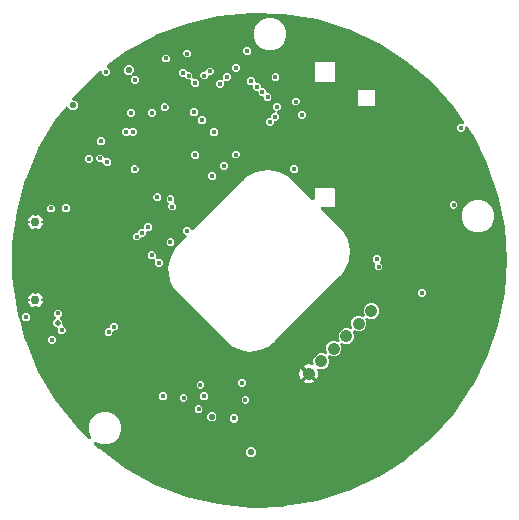
<source format=gbr>
G04 EAGLE Gerber RS-274X export*
G75*
%MOIN*%
%FSLAX34Y34*%
%LPD*%
%INCopper Layer 2*%
%IPPOS*%
%AMOC8*
5,1,8,0,0,1.08239X$1,22.5*%
G01*
%ADD10C,0.029528*%
%ADD11C,0.041339*%
%ADD12C,0.015874*%
%ADD13C,0.019811*%
%ADD14C,0.021780*%
%ADD15C,0.017843*%

G36*
X8130Y-8972D02*
X8130Y-8972D01*
X8131Y-8972D01*
X9227Y-8935D01*
X9231Y-8934D01*
X9233Y-8934D01*
X10314Y-8752D01*
X10318Y-8751D01*
X10320Y-8750D01*
X11367Y-8426D01*
X11371Y-8424D01*
X11373Y-8423D01*
X12368Y-7962D01*
X12371Y-7960D01*
X12373Y-7959D01*
X13297Y-7369D01*
X13301Y-7366D01*
X13303Y-7365D01*
X14140Y-6657D01*
X14142Y-6654D01*
X14144Y-6653D01*
X14880Y-5840D01*
X14882Y-5836D01*
X14884Y-5835D01*
X15504Y-4931D01*
X15506Y-4927D01*
X15507Y-4926D01*
X16002Y-3947D01*
X16003Y-3943D01*
X16004Y-3941D01*
X16364Y-2906D01*
X16365Y-2902D01*
X16365Y-2899D01*
X16584Y-1825D01*
X16584Y-1821D01*
X16585Y-1819D01*
X16658Y-725D01*
X16658Y-721D01*
X16658Y-719D01*
X16585Y375D01*
X16584Y379D01*
X16584Y382D01*
X16365Y1456D01*
X16364Y1460D01*
X16364Y1462D01*
X16004Y2497D01*
X16002Y2501D01*
X16002Y2504D01*
X15507Y3482D01*
X15505Y3485D01*
X15504Y3487D01*
X15345Y3719D01*
X15342Y3722D01*
X15340Y3725D01*
X15338Y3727D01*
X15337Y3728D01*
X15333Y3730D01*
X15330Y3733D01*
X15328Y3734D01*
X15326Y3735D01*
X15323Y3736D01*
X15319Y3738D01*
X15317Y3739D01*
X15315Y3739D01*
X15311Y3740D01*
X15307Y3740D01*
X15305Y3740D01*
X15302Y3740D01*
X15298Y3740D01*
X15295Y3739D01*
X15292Y3739D01*
X15290Y3738D01*
X15286Y3737D01*
X15283Y3735D01*
X15281Y3734D01*
X15279Y3733D01*
X15276Y3731D01*
X15272Y3729D01*
X15271Y3727D01*
X15269Y3725D01*
X15267Y3722D01*
X15264Y3719D01*
X15263Y3717D01*
X15262Y3715D01*
X15260Y3712D01*
X15258Y3708D01*
X15258Y3707D01*
X15257Y3704D01*
X15255Y3692D01*
X15255Y3691D01*
X15255Y3634D01*
X15179Y3557D01*
X15071Y3557D01*
X14995Y3634D01*
X14995Y3741D01*
X15071Y3818D01*
X15184Y3818D01*
X15185Y3818D01*
X15186Y3818D01*
X15191Y3819D01*
X15196Y3819D01*
X15197Y3820D01*
X15198Y3820D01*
X15203Y3822D01*
X15208Y3824D01*
X15209Y3825D01*
X15213Y3828D01*
X15218Y3831D01*
X15218Y3832D01*
X15219Y3833D01*
X15222Y3837D01*
X15225Y3841D01*
X15226Y3842D01*
X15227Y3843D01*
X15229Y3847D01*
X15231Y3852D01*
X15231Y3853D01*
X15231Y3854D01*
X15232Y3859D01*
X15233Y3864D01*
X15233Y3865D01*
X15233Y3866D01*
X15232Y3872D01*
X15232Y3877D01*
X15232Y3878D01*
X15232Y3879D01*
X15231Y3881D01*
X15228Y3888D01*
X15225Y3893D01*
X15224Y3895D01*
X14884Y4391D01*
X14881Y4394D01*
X14880Y4396D01*
X14144Y5209D01*
X14141Y5212D01*
X14140Y5214D01*
X13303Y5921D01*
X13299Y5924D01*
X13297Y5925D01*
X12373Y6515D01*
X12369Y6517D01*
X12368Y6518D01*
X11373Y6980D01*
X11369Y6981D01*
X11367Y6982D01*
X10320Y7307D01*
X10316Y7307D01*
X10314Y7308D01*
X9233Y7491D01*
X9229Y7491D01*
X9227Y7491D01*
X8131Y7528D01*
X8127Y7527D01*
X8125Y7528D01*
X7034Y7418D01*
X7030Y7417D01*
X7028Y7417D01*
X5961Y7163D01*
X5957Y7161D01*
X5955Y7161D01*
X4932Y6767D01*
X4928Y6765D01*
X4926Y6764D01*
X3965Y6237D01*
X3962Y6235D01*
X3959Y6234D01*
X3338Y5776D01*
X3336Y5774D01*
X3334Y5773D01*
X3332Y5770D01*
X3329Y5767D01*
X3328Y5765D01*
X3326Y5764D01*
X3325Y5760D01*
X3323Y5757D01*
X3322Y5755D01*
X3321Y5752D01*
X3320Y5749D01*
X3319Y5745D01*
X3319Y5743D01*
X3318Y5740D01*
X3318Y5736D01*
X3318Y5733D01*
X3319Y5730D01*
X3319Y5728D01*
X3320Y5724D01*
X3321Y5720D01*
X3322Y5718D01*
X3323Y5716D01*
X3324Y5714D01*
X3326Y5709D01*
X3331Y5704D01*
X3333Y5701D01*
X3420Y5614D01*
X3420Y5506D01*
X3344Y5430D01*
X3236Y5430D01*
X3160Y5506D01*
X3160Y5547D01*
X3160Y5549D01*
X3160Y5551D01*
X3159Y5555D01*
X3158Y5560D01*
X3158Y5561D01*
X3157Y5563D01*
X3155Y5567D01*
X3154Y5571D01*
X3153Y5573D01*
X3152Y5574D01*
X3149Y5578D01*
X3146Y5581D01*
X3145Y5582D01*
X3144Y5584D01*
X3140Y5586D01*
X3137Y5589D01*
X3135Y5590D01*
X3133Y5591D01*
X3129Y5592D01*
X3125Y5594D01*
X3124Y5594D01*
X3122Y5595D01*
X3117Y5596D01*
X3113Y5596D01*
X3111Y5596D01*
X3109Y5596D01*
X3105Y5596D01*
X3101Y5595D01*
X3099Y5595D01*
X3097Y5595D01*
X3095Y5593D01*
X3089Y5591D01*
X3084Y5588D01*
X3081Y5587D01*
X3077Y5584D01*
X3076Y5582D01*
X3074Y5581D01*
X3073Y5580D01*
X3072Y5579D01*
X2284Y4817D01*
X2281Y4814D01*
X2280Y4812D01*
X2173Y4677D01*
X2171Y4675D01*
X2170Y4672D01*
X2168Y4669D01*
X2166Y4666D01*
X2165Y4664D01*
X2164Y4661D01*
X2164Y4658D01*
X2163Y4654D01*
X2163Y4652D01*
X2162Y4649D01*
X2162Y4645D01*
X2162Y4642D01*
X2163Y4639D01*
X2163Y4637D01*
X2164Y4633D01*
X2165Y4630D01*
X2166Y4627D01*
X2167Y4625D01*
X2169Y4622D01*
X2171Y4619D01*
X2172Y4617D01*
X2174Y4614D01*
X2176Y4612D01*
X2179Y4609D01*
X2181Y4608D01*
X2183Y4606D01*
X2186Y4604D01*
X2189Y4602D01*
X2192Y4602D01*
X2194Y4600D01*
X2196Y4600D01*
X2201Y4598D01*
X2209Y4598D01*
X2211Y4597D01*
X2254Y4597D01*
X2347Y4504D01*
X2347Y4371D01*
X2254Y4278D01*
X2121Y4278D01*
X2016Y4383D01*
X2014Y4386D01*
X2013Y4387D01*
X2011Y4389D01*
X2008Y4391D01*
X2005Y4393D01*
X2003Y4394D01*
X2001Y4396D01*
X1997Y4397D01*
X1993Y4399D01*
X1991Y4399D01*
X1989Y4400D01*
X1985Y4400D01*
X1981Y4401D01*
X1979Y4401D01*
X1977Y4401D01*
X1973Y4400D01*
X1969Y4400D01*
X1967Y4399D01*
X1964Y4399D01*
X1961Y4397D01*
X1957Y4396D01*
X1955Y4395D01*
X1953Y4394D01*
X1951Y4392D01*
X1947Y4389D01*
X1942Y4384D01*
X1940Y4382D01*
X1600Y3952D01*
X1598Y3949D01*
X1597Y3947D01*
X1038Y3004D01*
X1036Y3000D01*
X1035Y2998D01*
X607Y1989D01*
X606Y1985D01*
X605Y1983D01*
X316Y925D01*
X315Y921D01*
X314Y919D01*
X168Y-167D01*
X168Y-172D01*
X168Y-174D01*
X168Y-1270D01*
X168Y-1274D01*
X168Y-1276D01*
X314Y-2363D01*
X315Y-2367D01*
X316Y-2369D01*
X398Y-2671D01*
X400Y-2676D01*
X403Y-2682D01*
X406Y-2687D01*
X410Y-2692D01*
X415Y-2696D01*
X416Y-2697D01*
X415Y-2698D01*
X415Y-2699D01*
X413Y-2705D01*
X412Y-2710D01*
X412Y-2711D01*
X413Y-2723D01*
X413Y-2726D01*
X414Y-2727D01*
X414Y-2728D01*
X605Y-3426D01*
X607Y-3430D01*
X607Y-3433D01*
X1035Y-4442D01*
X1037Y-4445D01*
X1038Y-4448D01*
X1597Y-5391D01*
X1599Y-5394D01*
X1600Y-5396D01*
X2280Y-6256D01*
X2283Y-6259D01*
X2284Y-6261D01*
X2713Y-6676D01*
X2715Y-6677D01*
X2717Y-6679D01*
X2720Y-6681D01*
X2723Y-6683D01*
X2725Y-6684D01*
X2727Y-6686D01*
X2731Y-6687D01*
X2734Y-6688D01*
X2737Y-6688D01*
X2739Y-6689D01*
X2743Y-6689D01*
X2747Y-6690D01*
X2749Y-6690D01*
X2752Y-6690D01*
X2755Y-6689D01*
X2759Y-6688D01*
X2761Y-6687D01*
X2764Y-6687D01*
X2767Y-6685D01*
X2771Y-6684D01*
X2773Y-6682D01*
X2775Y-6681D01*
X2778Y-6679D01*
X2781Y-6677D01*
X2782Y-6675D01*
X2784Y-6673D01*
X2786Y-6670D01*
X2789Y-6667D01*
X2790Y-6665D01*
X2791Y-6663D01*
X2792Y-6659D01*
X2794Y-6656D01*
X2795Y-6653D01*
X2795Y-6651D01*
X2796Y-6647D01*
X2796Y-6644D01*
X2796Y-6641D01*
X2796Y-6639D01*
X2796Y-6636D01*
X2796Y-6631D01*
X2793Y-6624D01*
X2793Y-6622D01*
X2709Y-6420D01*
X2709Y-6205D01*
X2792Y-6006D01*
X2944Y-5854D01*
X3142Y-5772D01*
X3358Y-5772D01*
X3556Y-5854D01*
X3708Y-6006D01*
X3791Y-6205D01*
X3791Y-6420D01*
X3708Y-6619D01*
X3556Y-6771D01*
X3358Y-6853D01*
X3142Y-6853D01*
X2951Y-6774D01*
X2948Y-6773D01*
X2945Y-6772D01*
X2942Y-6772D01*
X2939Y-6771D01*
X2936Y-6771D01*
X2933Y-6770D01*
X2930Y-6771D01*
X2927Y-6771D01*
X2924Y-6771D01*
X2920Y-6772D01*
X2918Y-6773D01*
X2915Y-6774D01*
X2912Y-6775D01*
X2909Y-6776D01*
X2906Y-6778D01*
X2904Y-6779D01*
X2901Y-6782D01*
X2899Y-6783D01*
X2897Y-6786D01*
X2895Y-6788D01*
X2893Y-6791D01*
X2891Y-6793D01*
X2890Y-6796D01*
X2888Y-6798D01*
X2887Y-6801D01*
X2886Y-6804D01*
X2885Y-6807D01*
X2884Y-6810D01*
X2884Y-6813D01*
X2883Y-6816D01*
X2883Y-6820D01*
X2883Y-6823D01*
X2884Y-6826D01*
X2884Y-6829D01*
X2885Y-6832D01*
X2886Y-6835D01*
X2887Y-6838D01*
X2888Y-6841D01*
X2889Y-6842D01*
X2891Y-6846D01*
X2897Y-6854D01*
X2898Y-6855D01*
X3072Y-7023D01*
X3075Y-7026D01*
X3077Y-7027D01*
X3959Y-7678D01*
X3963Y-7680D01*
X3965Y-7681D01*
X4926Y-8208D01*
X4930Y-8209D01*
X4932Y-8211D01*
X5955Y-8605D01*
X5959Y-8606D01*
X5961Y-8606D01*
X7028Y-8861D01*
X7032Y-8861D01*
X7034Y-8862D01*
X8125Y-8971D01*
X8128Y-8971D01*
X8129Y-8972D01*
X8130Y-8972D01*
X8130Y-8972D01*
G37*
%LPC*%
G36*
X7697Y-3701D02*
X7697Y-3701D01*
X7572Y-3631D01*
X7568Y-3630D01*
X7565Y-3628D01*
X7563Y-3627D01*
X7560Y-3626D01*
X7548Y-3625D01*
X7546Y-3625D01*
X7532Y-3611D01*
X7522Y-3603D01*
X7521Y-3603D01*
X7504Y-3593D01*
X7504Y-3591D01*
X7502Y-3588D01*
X7501Y-3584D01*
X7500Y-3583D01*
X7499Y-3580D01*
X7493Y-3572D01*
X7492Y-3571D01*
X7491Y-3570D01*
X5524Y-1603D01*
X5523Y-1602D01*
X5522Y-1601D01*
X5520Y-1600D01*
X5514Y-1595D01*
X5509Y-1593D01*
X5507Y-1592D01*
X5498Y-1588D01*
X5494Y-1577D01*
X5493Y-1577D01*
X5493Y-1576D01*
X5492Y-1575D01*
X5487Y-1566D01*
X5484Y-1564D01*
X5483Y-1562D01*
X5475Y-1553D01*
X5475Y-1544D01*
X5474Y-1543D01*
X5475Y-1541D01*
X5474Y-1539D01*
X5473Y-1531D01*
X5471Y-1527D01*
X5471Y-1524D01*
X5406Y-1376D01*
X5367Y-993D01*
X5445Y-617D01*
X5633Y-282D01*
X5771Y-152D01*
X5772Y-152D01*
X5772Y-151D01*
X5960Y36D01*
X5963Y40D01*
X5966Y44D01*
X5967Y45D01*
X5968Y46D01*
X5969Y51D01*
X5972Y55D01*
X5972Y56D01*
X5972Y58D01*
X5973Y63D01*
X5974Y67D01*
X5974Y69D01*
X5974Y70D01*
X5974Y75D01*
X5974Y80D01*
X5973Y81D01*
X5973Y82D01*
X5971Y87D01*
X5970Y92D01*
X5969Y92D01*
X5969Y94D01*
X5962Y104D01*
X5961Y105D01*
X5960Y106D01*
X5870Y196D01*
X5870Y304D01*
X5946Y380D01*
X6054Y380D01*
X6144Y290D01*
X6148Y287D01*
X6152Y284D01*
X6153Y283D01*
X6154Y282D01*
X6158Y281D01*
X6163Y278D01*
X6164Y278D01*
X6165Y278D01*
X6170Y277D01*
X6175Y276D01*
X6176Y276D01*
X6177Y276D01*
X6182Y276D01*
X6187Y276D01*
X6189Y277D01*
X6190Y277D01*
X6194Y279D01*
X6199Y280D01*
X6200Y281D01*
X6202Y281D01*
X6212Y288D01*
X6213Y289D01*
X6214Y290D01*
X7793Y1870D01*
X7836Y1912D01*
X7839Y1916D01*
X7878Y1955D01*
X7969Y2046D01*
X8305Y2218D01*
X8678Y2278D01*
X9051Y2220D01*
X9388Y2050D01*
X9480Y1960D01*
X9482Y1959D01*
X9523Y1918D01*
X9564Y1878D01*
X9565Y1876D01*
X9565Y1875D01*
X10155Y1288D01*
X10160Y1285D01*
X10164Y1281D01*
X10165Y1281D01*
X10165Y1280D01*
X10170Y1278D01*
X10175Y1276D01*
X10176Y1276D01*
X10177Y1275D01*
X10182Y1275D01*
X10187Y1274D01*
X10188Y1274D01*
X10189Y1274D01*
X10194Y1274D01*
X10200Y1275D01*
X10201Y1275D01*
X10206Y1277D01*
X10212Y1279D01*
X10213Y1279D01*
X10217Y1282D01*
X10222Y1285D01*
X10222Y1286D01*
X10223Y1286D01*
X10227Y1290D01*
X10230Y1295D01*
X10231Y1295D01*
X10231Y1296D01*
X10234Y1301D01*
X10236Y1306D01*
X10237Y1307D01*
X10239Y1319D01*
X10239Y1321D01*
X10239Y1323D01*
X10239Y1656D01*
X10254Y1671D01*
X10901Y1671D01*
X10916Y1656D01*
X10916Y1072D01*
X10901Y1057D01*
X10507Y1057D01*
X10501Y1056D01*
X10495Y1055D01*
X10494Y1055D01*
X10489Y1053D01*
X10484Y1051D01*
X10483Y1051D01*
X10478Y1047D01*
X10474Y1044D01*
X10473Y1044D01*
X10473Y1043D01*
X10469Y1039D01*
X10465Y1035D01*
X10465Y1034D01*
X10462Y1028D01*
X10460Y1023D01*
X10460Y1022D01*
X10459Y1017D01*
X10457Y1011D01*
X10457Y1010D01*
X10458Y1004D01*
X10458Y999D01*
X10458Y998D01*
X10460Y992D01*
X10462Y987D01*
X10462Y986D01*
X10469Y976D01*
X10471Y974D01*
X10472Y973D01*
X11020Y427D01*
X11023Y425D01*
X11026Y422D01*
X11062Y385D01*
X11100Y347D01*
X11103Y343D01*
X11103Y342D01*
X11185Y259D01*
X11347Y-52D01*
X11411Y-397D01*
X11373Y-746D01*
X11236Y-1069D01*
X11157Y-1163D01*
X11156Y-1165D01*
X11155Y-1166D01*
X11153Y-1170D01*
X11151Y-1174D01*
X11150Y-1176D01*
X11149Y-1177D01*
X11149Y-1179D01*
X11123Y-1205D01*
X11121Y-1207D01*
X11120Y-1208D01*
X11096Y-1236D01*
X11095Y-1237D01*
X11093Y-1238D01*
X11088Y-1241D01*
X11083Y-1245D01*
X11081Y-1247D01*
X9995Y-2327D01*
X8917Y-3408D01*
X8915Y-3410D01*
X8912Y-3413D01*
X8911Y-3415D01*
X8910Y-3417D01*
X8876Y-3449D01*
X8875Y-3449D01*
X8875Y-3450D01*
X8843Y-3482D01*
X8842Y-3482D01*
X8833Y-3489D01*
X8802Y-3518D01*
X8749Y-3568D01*
X8742Y-3574D01*
X8413Y-3728D01*
X8053Y-3772D01*
X7697Y-3701D01*
G37*
%LPD*%
%LPC*%
G36*
X10106Y-4473D02*
X10106Y-4473D01*
X10102Y-4469D01*
X10098Y-4466D01*
X10097Y-4466D01*
X10096Y-4465D01*
X10092Y-4463D01*
X10090Y-4462D01*
X10089Y-4460D01*
X10089Y-4459D01*
X10088Y-4458D01*
X10081Y-4448D01*
X10080Y-4447D01*
X10079Y-4446D01*
X9881Y-4247D01*
X9899Y-4235D01*
X9955Y-4212D01*
X10014Y-4200D01*
X10075Y-4200D01*
X10134Y-4212D01*
X10145Y-4216D01*
X10150Y-4218D01*
X10155Y-4219D01*
X10156Y-4219D01*
X10157Y-4219D01*
X10162Y-4219D01*
X10168Y-4220D01*
X10169Y-4220D01*
X10175Y-4218D01*
X10180Y-4217D01*
X10181Y-4217D01*
X10186Y-4214D01*
X10191Y-4211D01*
X10192Y-4211D01*
X10196Y-4207D01*
X10200Y-4203D01*
X10201Y-4203D01*
X10201Y-4202D01*
X10204Y-4198D01*
X10207Y-4193D01*
X10208Y-4192D01*
X10210Y-4187D01*
X10212Y-4181D01*
X10212Y-4180D01*
X10212Y-4174D01*
X10213Y-4169D01*
X10213Y-4168D01*
X10210Y-4155D01*
X10209Y-4153D01*
X10209Y-4152D01*
X10205Y-4141D01*
X10205Y-4039D01*
X10244Y-3944D01*
X10316Y-3872D01*
X10411Y-3832D01*
X10513Y-3832D01*
X10589Y-3864D01*
X10595Y-3865D01*
X10600Y-3867D01*
X10601Y-3867D01*
X10607Y-3867D01*
X10612Y-3867D01*
X10613Y-3867D01*
X10614Y-3867D01*
X10619Y-3866D01*
X10625Y-3865D01*
X10625Y-3864D01*
X10626Y-3864D01*
X10631Y-3862D01*
X10636Y-3859D01*
X10637Y-3858D01*
X10641Y-3855D01*
X10645Y-3851D01*
X10645Y-3850D01*
X10646Y-3850D01*
X10649Y-3845D01*
X10652Y-3841D01*
X10652Y-3840D01*
X10653Y-3840D01*
X10654Y-3834D01*
X10656Y-3829D01*
X10656Y-3828D01*
X10657Y-3828D01*
X10657Y-3822D01*
X10657Y-3817D01*
X10657Y-3816D01*
X10657Y-3815D01*
X10655Y-3803D01*
X10654Y-3801D01*
X10654Y-3799D01*
X10622Y-3723D01*
X10622Y-3621D01*
X10661Y-3526D01*
X10734Y-3454D01*
X10828Y-3415D01*
X10931Y-3415D01*
X11007Y-3446D01*
X11012Y-3448D01*
X11018Y-3449D01*
X11019Y-3450D01*
X11024Y-3450D01*
X11030Y-3450D01*
X11031Y-3450D01*
X11037Y-3448D01*
X11042Y-3447D01*
X11043Y-3447D01*
X11048Y-3444D01*
X11053Y-3442D01*
X11054Y-3441D01*
X11058Y-3437D01*
X11063Y-3433D01*
X11063Y-3432D01*
X11067Y-3428D01*
X11070Y-3423D01*
X11070Y-3422D01*
X11072Y-3417D01*
X11074Y-3411D01*
X11074Y-3410D01*
X11074Y-3405D01*
X11075Y-3399D01*
X11075Y-3398D01*
X11073Y-3386D01*
X11072Y-3383D01*
X11071Y-3382D01*
X11040Y-3306D01*
X11040Y-3203D01*
X11079Y-3109D01*
X11151Y-3036D01*
X11246Y-2997D01*
X11348Y-2997D01*
X11424Y-3029D01*
X11430Y-3030D01*
X11435Y-3032D01*
X11436Y-3032D01*
X11442Y-3032D01*
X11448Y-3032D01*
X11449Y-3032D01*
X11454Y-3031D01*
X11460Y-3030D01*
X11460Y-3029D01*
X11461Y-3029D01*
X11466Y-3027D01*
X11471Y-3024D01*
X11472Y-3023D01*
X11476Y-3019D01*
X11480Y-3016D01*
X11481Y-3015D01*
X11484Y-3010D01*
X11487Y-3006D01*
X11487Y-3005D01*
X11488Y-3004D01*
X11490Y-2999D01*
X11491Y-2994D01*
X11491Y-2993D01*
X11492Y-2993D01*
X11492Y-2987D01*
X11493Y-2981D01*
X11492Y-2981D01*
X11493Y-2980D01*
X11490Y-2968D01*
X11489Y-2966D01*
X11489Y-2964D01*
X11457Y-2888D01*
X11457Y-2786D01*
X11497Y-2691D01*
X11569Y-2619D01*
X11664Y-2580D01*
X11766Y-2580D01*
X11842Y-2611D01*
X11847Y-2613D01*
X11853Y-2614D01*
X11854Y-2614D01*
X11860Y-2614D01*
X11865Y-2615D01*
X11866Y-2615D01*
X11872Y-2613D01*
X11877Y-2612D01*
X11878Y-2612D01*
X11879Y-2612D01*
X11883Y-2609D01*
X11888Y-2606D01*
X11889Y-2606D01*
X11890Y-2606D01*
X11894Y-2602D01*
X11898Y-2598D01*
X11899Y-2597D01*
X11902Y-2593D01*
X11905Y-2588D01*
X11905Y-2587D01*
X11907Y-2582D01*
X11909Y-2576D01*
X11909Y-2575D01*
X11910Y-2569D01*
X11910Y-2564D01*
X11910Y-2563D01*
X11908Y-2550D01*
X11907Y-2548D01*
X11906Y-2547D01*
X11875Y-2471D01*
X11875Y-2368D01*
X11914Y-2274D01*
X11987Y-2201D01*
X12081Y-2162D01*
X12184Y-2162D01*
X12278Y-2201D01*
X12351Y-2274D01*
X12390Y-2368D01*
X12390Y-2471D01*
X12351Y-2565D01*
X12278Y-2638D01*
X12184Y-2677D01*
X12081Y-2677D01*
X12005Y-2645D01*
X12000Y-2644D01*
X11994Y-2642D01*
X11993Y-2642D01*
X11987Y-2642D01*
X11982Y-2642D01*
X11981Y-2642D01*
X11975Y-2643D01*
X11970Y-2644D01*
X11969Y-2645D01*
X11964Y-2647D01*
X11959Y-2650D01*
X11958Y-2650D01*
X11958Y-2651D01*
X11953Y-2655D01*
X11949Y-2658D01*
X11949Y-2659D01*
X11948Y-2659D01*
X11945Y-2664D01*
X11942Y-2668D01*
X11942Y-2669D01*
X11942Y-2670D01*
X11940Y-2675D01*
X11938Y-2680D01*
X11938Y-2681D01*
X11937Y-2687D01*
X11937Y-2693D01*
X11937Y-2694D01*
X11939Y-2706D01*
X11940Y-2708D01*
X11941Y-2710D01*
X11972Y-2786D01*
X11972Y-2888D01*
X11933Y-2983D01*
X11861Y-3055D01*
X11766Y-3094D01*
X11664Y-3094D01*
X11587Y-3063D01*
X11582Y-3061D01*
X11577Y-3060D01*
X11576Y-3060D01*
X11575Y-3060D01*
X11570Y-3060D01*
X11564Y-3059D01*
X11564Y-3060D01*
X11563Y-3059D01*
X11558Y-3061D01*
X11552Y-3062D01*
X11551Y-3062D01*
X11546Y-3065D01*
X11541Y-3068D01*
X11540Y-3068D01*
X11536Y-3072D01*
X11532Y-3076D01*
X11531Y-3076D01*
X11531Y-3077D01*
X11528Y-3081D01*
X11525Y-3086D01*
X11524Y-3087D01*
X11522Y-3093D01*
X11521Y-3098D01*
X11520Y-3098D01*
X11520Y-3099D01*
X11520Y-3105D01*
X11519Y-3110D01*
X11519Y-3111D01*
X11522Y-3124D01*
X11523Y-3126D01*
X11523Y-3127D01*
X11555Y-3203D01*
X11555Y-3306D01*
X11515Y-3400D01*
X11443Y-3473D01*
X11348Y-3512D01*
X11246Y-3512D01*
X11170Y-3481D01*
X11164Y-3479D01*
X11159Y-3477D01*
X11158Y-3477D01*
X11152Y-3477D01*
X11147Y-3477D01*
X11146Y-3477D01*
X11145Y-3477D01*
X11140Y-3478D01*
X11135Y-3480D01*
X11134Y-3480D01*
X11133Y-3480D01*
X11128Y-3483D01*
X11123Y-3485D01*
X11123Y-3486D01*
X11122Y-3486D01*
X11118Y-3490D01*
X11114Y-3493D01*
X11114Y-3494D01*
X11113Y-3494D01*
X11110Y-3499D01*
X11107Y-3504D01*
X11107Y-3505D01*
X11105Y-3510D01*
X11103Y-3515D01*
X11103Y-3516D01*
X11103Y-3517D01*
X11102Y-3522D01*
X11102Y-3528D01*
X11102Y-3529D01*
X11104Y-3541D01*
X11105Y-3543D01*
X11106Y-3545D01*
X11137Y-3621D01*
X11137Y-3723D01*
X11098Y-3818D01*
X11025Y-3890D01*
X10931Y-3930D01*
X10828Y-3930D01*
X10752Y-3898D01*
X10747Y-3897D01*
X10742Y-3895D01*
X10741Y-3895D01*
X10740Y-3895D01*
X10735Y-3895D01*
X10729Y-3895D01*
X10728Y-3895D01*
X10722Y-3896D01*
X10717Y-3897D01*
X10716Y-3897D01*
X10716Y-3898D01*
X10711Y-3900D01*
X10706Y-3903D01*
X10705Y-3903D01*
X10701Y-3907D01*
X10697Y-3911D01*
X10696Y-3911D01*
X10696Y-3912D01*
X10693Y-3917D01*
X10690Y-3921D01*
X10689Y-3922D01*
X10687Y-3928D01*
X10685Y-3933D01*
X10685Y-3934D01*
X10685Y-3940D01*
X10684Y-3945D01*
X10684Y-3946D01*
X10684Y-3947D01*
X10687Y-3959D01*
X10688Y-3961D01*
X10688Y-3962D01*
X10719Y-4039D01*
X10719Y-4141D01*
X10680Y-4236D01*
X10608Y-4308D01*
X10513Y-4347D01*
X10411Y-4347D01*
X10400Y-4343D01*
X10395Y-4341D01*
X10389Y-4340D01*
X10388Y-4339D01*
X10382Y-4339D01*
X10377Y-4339D01*
X10376Y-4339D01*
X10370Y-4341D01*
X10365Y-4342D01*
X10364Y-4342D01*
X10359Y-4345D01*
X10354Y-4347D01*
X10353Y-4348D01*
X10348Y-4352D01*
X10344Y-4356D01*
X10343Y-4357D01*
X10340Y-4361D01*
X10337Y-4366D01*
X10337Y-4367D01*
X10335Y-4372D01*
X10333Y-4378D01*
X10333Y-4379D01*
X10332Y-4384D01*
X10332Y-4390D01*
X10332Y-4391D01*
X10334Y-4403D01*
X10335Y-4406D01*
X10336Y-4407D01*
X10340Y-4418D01*
X10352Y-4477D01*
X10352Y-4538D01*
X10340Y-4597D01*
X10317Y-4653D01*
X10305Y-4671D01*
X10106Y-4473D01*
G37*
%LPD*%
%LPC*%
G36*
X8642Y6272D02*
X8642Y6272D01*
X8444Y6354D01*
X8292Y6506D01*
X8209Y6705D01*
X8209Y6920D01*
X8292Y7119D01*
X8444Y7271D01*
X8642Y7353D01*
X8858Y7353D01*
X9056Y7271D01*
X9208Y7119D01*
X9291Y6920D01*
X9291Y6705D01*
X9208Y6506D01*
X9056Y6354D01*
X8858Y6272D01*
X8642Y6272D01*
G37*
%LPD*%
%LPC*%
G36*
X15580Y209D02*
X15580Y209D01*
X15381Y292D01*
X15229Y444D01*
X15147Y642D01*
X15147Y858D01*
X15229Y1056D01*
X15381Y1208D01*
X15580Y1291D01*
X15795Y1291D01*
X15994Y1208D01*
X16146Y1056D01*
X16228Y858D01*
X16228Y642D01*
X16146Y444D01*
X15994Y292D01*
X15795Y209D01*
X15580Y209D01*
G37*
%LPD*%
%LPC*%
G36*
X10254Y5214D02*
X10254Y5214D01*
X10239Y5229D01*
X10239Y5876D01*
X10254Y5891D01*
X10901Y5891D01*
X10916Y5876D01*
X10916Y5229D01*
X10901Y5214D01*
X10254Y5214D01*
G37*
%LPD*%
%LPC*%
G36*
X11716Y4414D02*
X11716Y4414D01*
X11704Y4426D01*
X11704Y4952D01*
X11716Y4964D01*
X12254Y4964D01*
X12266Y4952D01*
X12266Y4426D01*
X12254Y4414D01*
X11716Y4414D01*
G37*
%LPD*%
%LPC*%
G36*
X8621Y4575D02*
X8621Y4575D01*
X8545Y4651D01*
X8545Y4691D01*
X8544Y4696D01*
X8544Y4700D01*
X8544Y4702D01*
X8543Y4703D01*
X8542Y4708D01*
X8540Y4712D01*
X8539Y4713D01*
X8539Y4715D01*
X8536Y4718D01*
X8533Y4723D01*
X8532Y4723D01*
X8531Y4725D01*
X8528Y4728D01*
X8524Y4731D01*
X8523Y4732D01*
X8522Y4732D01*
X8517Y4734D01*
X8513Y4737D01*
X8512Y4737D01*
X8511Y4738D01*
X8498Y4740D01*
X8497Y4740D01*
X8496Y4740D01*
X8451Y4740D01*
X8375Y4816D01*
X8375Y4881D01*
X8374Y4886D01*
X8374Y4890D01*
X8373Y4892D01*
X8373Y4893D01*
X8371Y4898D01*
X8370Y4902D01*
X8369Y4903D01*
X8369Y4905D01*
X8366Y4908D01*
X8363Y4913D01*
X8362Y4913D01*
X8361Y4915D01*
X8358Y4918D01*
X8354Y4921D01*
X8353Y4922D01*
X8352Y4922D01*
X8347Y4924D01*
X8343Y4927D01*
X8342Y4927D01*
X8340Y4928D01*
X8328Y4930D01*
X8327Y4930D01*
X8326Y4930D01*
X8266Y4930D01*
X8190Y5006D01*
X8190Y5071D01*
X8189Y5076D01*
X8189Y5080D01*
X8188Y5082D01*
X8188Y5083D01*
X8186Y5088D01*
X8185Y5092D01*
X8184Y5093D01*
X8184Y5095D01*
X8181Y5098D01*
X8178Y5103D01*
X8177Y5103D01*
X8176Y5105D01*
X8173Y5108D01*
X8169Y5111D01*
X8168Y5112D01*
X8167Y5112D01*
X8162Y5114D01*
X8158Y5117D01*
X8157Y5117D01*
X8155Y5118D01*
X8143Y5120D01*
X8142Y5120D01*
X8141Y5120D01*
X8071Y5120D01*
X7995Y5196D01*
X7995Y5304D01*
X8071Y5380D01*
X8179Y5380D01*
X8255Y5304D01*
X8255Y5239D01*
X8256Y5234D01*
X8256Y5230D01*
X8257Y5228D01*
X8257Y5227D01*
X8259Y5222D01*
X8260Y5218D01*
X8261Y5217D01*
X8261Y5215D01*
X8264Y5212D01*
X8267Y5207D01*
X8268Y5207D01*
X8269Y5205D01*
X8272Y5202D01*
X8276Y5199D01*
X8277Y5198D01*
X8278Y5198D01*
X8283Y5196D01*
X8287Y5193D01*
X8288Y5193D01*
X8290Y5192D01*
X8302Y5190D01*
X8303Y5190D01*
X8304Y5190D01*
X8374Y5190D01*
X8450Y5114D01*
X8450Y5049D01*
X8451Y5044D01*
X8451Y5040D01*
X8452Y5038D01*
X8452Y5037D01*
X8454Y5032D01*
X8455Y5028D01*
X8456Y5027D01*
X8456Y5025D01*
X8459Y5022D01*
X8462Y5017D01*
X8463Y5017D01*
X8464Y5015D01*
X8467Y5012D01*
X8471Y5009D01*
X8472Y5008D01*
X8473Y5008D01*
X8478Y5006D01*
X8482Y5003D01*
X8483Y5003D01*
X8485Y5002D01*
X8497Y5000D01*
X8498Y5000D01*
X8499Y5000D01*
X8559Y5000D01*
X8635Y4924D01*
X8635Y4884D01*
X8636Y4879D01*
X8636Y4874D01*
X8637Y4873D01*
X8637Y4872D01*
X8639Y4867D01*
X8640Y4863D01*
X8641Y4862D01*
X8641Y4860D01*
X8644Y4856D01*
X8647Y4852D01*
X8648Y4851D01*
X8649Y4850D01*
X8652Y4847D01*
X8656Y4844D01*
X8657Y4843D01*
X8658Y4843D01*
X8663Y4840D01*
X8667Y4838D01*
X8668Y4838D01*
X8670Y4837D01*
X8682Y4835D01*
X8683Y4835D01*
X8684Y4835D01*
X8729Y4835D01*
X8805Y4759D01*
X8805Y4651D01*
X8729Y4575D01*
X8621Y4575D01*
G37*
%LPD*%
%LPC*%
G36*
X1759Y-3193D02*
X1759Y-3193D01*
X1682Y-3116D01*
X1682Y-3012D01*
X1682Y-3007D01*
X1681Y-3002D01*
X1681Y-3001D01*
X1681Y-2999D01*
X1679Y-2995D01*
X1677Y-2990D01*
X1677Y-2989D01*
X1676Y-2988D01*
X1673Y-2984D01*
X1671Y-2980D01*
X1670Y-2979D01*
X1669Y-2978D01*
X1665Y-2975D01*
X1661Y-2971D01*
X1660Y-2971D01*
X1659Y-2970D01*
X1655Y-2968D01*
X1650Y-2965D01*
X1649Y-2965D01*
X1648Y-2965D01*
X1636Y-2962D01*
X1634Y-2962D01*
X1633Y-2962D01*
X1625Y-2962D01*
X1538Y-2875D01*
X1538Y-2750D01*
X1611Y-2677D01*
X1614Y-2673D01*
X1617Y-2670D01*
X1618Y-2668D01*
X1619Y-2667D01*
X1621Y-2663D01*
X1623Y-2658D01*
X1623Y-2657D01*
X1624Y-2656D01*
X1624Y-2651D01*
X1625Y-2646D01*
X1625Y-2645D01*
X1625Y-2644D01*
X1625Y-2639D01*
X1625Y-2634D01*
X1624Y-2633D01*
X1624Y-2631D01*
X1622Y-2627D01*
X1621Y-2622D01*
X1620Y-2621D01*
X1620Y-2620D01*
X1613Y-2609D01*
X1612Y-2608D01*
X1611Y-2608D01*
X1557Y-2554D01*
X1557Y-2446D01*
X1634Y-2370D01*
X1741Y-2370D01*
X1818Y-2446D01*
X1818Y-2554D01*
X1764Y-2608D01*
X1761Y-2611D01*
X1758Y-2615D01*
X1757Y-2616D01*
X1756Y-2617D01*
X1754Y-2622D01*
X1752Y-2626D01*
X1752Y-2628D01*
X1751Y-2629D01*
X1751Y-2634D01*
X1750Y-2638D01*
X1750Y-2640D01*
X1750Y-2641D01*
X1750Y-2646D01*
X1750Y-2651D01*
X1751Y-2652D01*
X1751Y-2653D01*
X1753Y-2658D01*
X1754Y-2663D01*
X1755Y-2664D01*
X1755Y-2665D01*
X1762Y-2675D01*
X1763Y-2676D01*
X1764Y-2677D01*
X1837Y-2750D01*
X1837Y-2883D01*
X1838Y-2888D01*
X1838Y-2893D01*
X1839Y-2894D01*
X1839Y-2895D01*
X1841Y-2900D01*
X1842Y-2905D01*
X1843Y-2906D01*
X1843Y-2907D01*
X1846Y-2911D01*
X1849Y-2915D01*
X1850Y-2916D01*
X1851Y-2917D01*
X1852Y-2918D01*
X1943Y-3009D01*
X1943Y-3116D01*
X1866Y-3193D01*
X1759Y-3193D01*
G37*
%LPD*%
%LPC*%
G36*
X987Y-2288D02*
X987Y-2288D01*
X986Y-2283D01*
X986Y-2278D01*
X985Y-2277D01*
X985Y-2275D01*
X983Y-2271D01*
X982Y-2266D01*
X981Y-2265D01*
X981Y-2264D01*
X978Y-2260D01*
X975Y-2256D01*
X974Y-2255D01*
X973Y-2254D01*
X969Y-2251D01*
X966Y-2247D01*
X965Y-2247D01*
X964Y-2246D01*
X959Y-2244D01*
X955Y-2242D01*
X954Y-2241D01*
X952Y-2241D01*
X940Y-2238D01*
X939Y-2239D01*
X938Y-2238D01*
X937Y-2238D01*
X933Y-2239D01*
X928Y-2239D01*
X926Y-2240D01*
X925Y-2240D01*
X921Y-2242D01*
X916Y-2243D01*
X915Y-2244D01*
X914Y-2245D01*
X910Y-2247D01*
X906Y-2250D01*
X905Y-2251D01*
X904Y-2252D01*
X900Y-2256D01*
X897Y-2259D01*
X897Y-2261D01*
X896Y-2262D01*
X894Y-2266D01*
X891Y-2270D01*
X891Y-2271D01*
X891Y-2273D01*
X888Y-2285D01*
X888Y-2287D01*
X888Y-2288D01*
X888Y-2293D01*
X865Y-2288D01*
X820Y-2269D01*
X779Y-2242D01*
X745Y-2208D01*
X717Y-2167D01*
X699Y-2122D01*
X694Y-2098D01*
X699Y-2098D01*
X704Y-2098D01*
X709Y-2097D01*
X710Y-2097D01*
X711Y-2097D01*
X716Y-2095D01*
X721Y-2093D01*
X722Y-2093D01*
X723Y-2092D01*
X727Y-2089D01*
X731Y-2087D01*
X732Y-2086D01*
X733Y-2085D01*
X736Y-2081D01*
X739Y-2077D01*
X740Y-2076D01*
X741Y-2075D01*
X743Y-2071D01*
X745Y-2066D01*
X745Y-2065D01*
X746Y-2064D01*
X748Y-2052D01*
X748Y-2050D01*
X748Y-2049D01*
X748Y-2044D01*
X747Y-2039D01*
X747Y-2038D01*
X747Y-2037D01*
X745Y-2032D01*
X743Y-2028D01*
X743Y-2027D01*
X742Y-2025D01*
X739Y-2021D01*
X737Y-2017D01*
X736Y-2016D01*
X735Y-2015D01*
X731Y-2012D01*
X727Y-2009D01*
X726Y-2008D01*
X725Y-2007D01*
X721Y-2005D01*
X716Y-2003D01*
X715Y-2003D01*
X714Y-2002D01*
X702Y-2000D01*
X700Y-2000D01*
X699Y-2000D01*
X694Y-2000D01*
X699Y-1977D01*
X717Y-1932D01*
X745Y-1891D01*
X779Y-1856D01*
X820Y-1829D01*
X865Y-1810D01*
X888Y-1806D01*
X888Y-1811D01*
X889Y-1816D01*
X889Y-1821D01*
X890Y-1822D01*
X890Y-1823D01*
X892Y-1828D01*
X893Y-1832D01*
X894Y-1833D01*
X894Y-1835D01*
X897Y-1839D01*
X900Y-1843D01*
X901Y-1844D01*
X902Y-1845D01*
X906Y-1848D01*
X909Y-1851D01*
X910Y-1852D01*
X911Y-1853D01*
X916Y-1855D01*
X920Y-1857D01*
X921Y-1857D01*
X923Y-1858D01*
X935Y-1860D01*
X936Y-1860D01*
X937Y-1860D01*
X938Y-1860D01*
X942Y-1859D01*
X947Y-1859D01*
X949Y-1859D01*
X950Y-1858D01*
X954Y-1857D01*
X959Y-1855D01*
X960Y-1854D01*
X961Y-1854D01*
X965Y-1851D01*
X969Y-1848D01*
X970Y-1847D01*
X971Y-1847D01*
X975Y-1843D01*
X978Y-1839D01*
X978Y-1838D01*
X979Y-1837D01*
X981Y-1832D01*
X984Y-1828D01*
X984Y-1827D01*
X984Y-1826D01*
X987Y-1813D01*
X987Y-1812D01*
X987Y-1811D01*
X987Y-1806D01*
X1010Y-1810D01*
X1055Y-1829D01*
X1096Y-1856D01*
X1130Y-1891D01*
X1158Y-1932D01*
X1176Y-1977D01*
X1181Y-2000D01*
X1176Y-2000D01*
X1171Y-2001D01*
X1166Y-2001D01*
X1165Y-2001D01*
X1164Y-2002D01*
X1159Y-2003D01*
X1154Y-2005D01*
X1153Y-2006D01*
X1152Y-2006D01*
X1148Y-2009D01*
X1144Y-2012D01*
X1143Y-2013D01*
X1142Y-2013D01*
X1139Y-2017D01*
X1136Y-2021D01*
X1135Y-2022D01*
X1134Y-2023D01*
X1132Y-2028D01*
X1130Y-2032D01*
X1130Y-2033D01*
X1129Y-2034D01*
X1127Y-2047D01*
X1127Y-2048D01*
X1127Y-2049D01*
X1127Y-2054D01*
X1128Y-2059D01*
X1128Y-2060D01*
X1128Y-2062D01*
X1130Y-2066D01*
X1132Y-2071D01*
X1132Y-2072D01*
X1133Y-2073D01*
X1136Y-2077D01*
X1138Y-2081D01*
X1139Y-2082D01*
X1140Y-2083D01*
X1144Y-2086D01*
X1148Y-2090D01*
X1149Y-2090D01*
X1150Y-2091D01*
X1154Y-2093D01*
X1159Y-2095D01*
X1160Y-2096D01*
X1161Y-2096D01*
X1173Y-2098D01*
X1175Y-2098D01*
X1176Y-2098D01*
X1181Y-2098D01*
X1176Y-2122D01*
X1158Y-2167D01*
X1130Y-2208D01*
X1096Y-2242D01*
X1055Y-2269D01*
X1010Y-2288D01*
X987Y-2293D01*
X987Y-2288D01*
G37*
%LPD*%
%LPC*%
G36*
X987Y311D02*
X987Y311D01*
X986Y316D01*
X986Y321D01*
X985Y322D01*
X985Y323D01*
X983Y328D01*
X982Y332D01*
X981Y333D01*
X981Y335D01*
X978Y339D01*
X975Y343D01*
X974Y344D01*
X973Y345D01*
X969Y348D01*
X966Y351D01*
X965Y352D01*
X964Y353D01*
X959Y355D01*
X955Y357D01*
X954Y357D01*
X952Y358D01*
X940Y360D01*
X939Y360D01*
X938Y360D01*
X937Y360D01*
X933Y359D01*
X928Y359D01*
X926Y359D01*
X925Y358D01*
X921Y357D01*
X916Y355D01*
X915Y354D01*
X914Y354D01*
X910Y351D01*
X906Y348D01*
X905Y347D01*
X904Y347D01*
X900Y343D01*
X897Y339D01*
X897Y338D01*
X896Y337D01*
X894Y332D01*
X891Y328D01*
X891Y327D01*
X891Y326D01*
X888Y313D01*
X888Y312D01*
X888Y311D01*
X888Y306D01*
X865Y310D01*
X820Y329D01*
X779Y356D01*
X745Y391D01*
X717Y432D01*
X699Y477D01*
X694Y500D01*
X699Y500D01*
X704Y501D01*
X709Y501D01*
X710Y501D01*
X711Y502D01*
X716Y503D01*
X721Y505D01*
X722Y506D01*
X723Y506D01*
X727Y509D01*
X731Y512D01*
X732Y513D01*
X733Y513D01*
X736Y517D01*
X739Y521D01*
X740Y522D01*
X741Y523D01*
X743Y528D01*
X745Y532D01*
X745Y533D01*
X746Y534D01*
X748Y547D01*
X748Y548D01*
X748Y549D01*
X748Y554D01*
X747Y559D01*
X747Y560D01*
X747Y562D01*
X745Y566D01*
X743Y571D01*
X743Y572D01*
X742Y573D01*
X739Y577D01*
X737Y581D01*
X736Y582D01*
X735Y583D01*
X731Y586D01*
X727Y590D01*
X726Y590D01*
X725Y591D01*
X721Y593D01*
X716Y595D01*
X715Y596D01*
X714Y596D01*
X702Y598D01*
X700Y598D01*
X699Y598D01*
X694Y598D01*
X699Y622D01*
X717Y667D01*
X745Y708D01*
X779Y742D01*
X820Y769D01*
X865Y788D01*
X888Y793D01*
X888Y788D01*
X889Y783D01*
X889Y778D01*
X890Y777D01*
X890Y775D01*
X892Y771D01*
X893Y766D01*
X894Y765D01*
X894Y764D01*
X897Y760D01*
X900Y756D01*
X901Y755D01*
X902Y754D01*
X906Y751D01*
X909Y747D01*
X910Y747D01*
X911Y746D01*
X916Y744D01*
X920Y742D01*
X921Y741D01*
X923Y741D01*
X935Y738D01*
X936Y739D01*
X937Y738D01*
X938Y738D01*
X942Y739D01*
X947Y739D01*
X949Y740D01*
X950Y740D01*
X954Y742D01*
X959Y743D01*
X960Y744D01*
X961Y745D01*
X965Y747D01*
X969Y750D01*
X970Y751D01*
X971Y752D01*
X975Y756D01*
X978Y759D01*
X978Y761D01*
X979Y762D01*
X981Y766D01*
X984Y770D01*
X984Y771D01*
X984Y773D01*
X987Y785D01*
X987Y787D01*
X987Y788D01*
X987Y793D01*
X1010Y788D01*
X1055Y769D01*
X1096Y742D01*
X1130Y708D01*
X1158Y667D01*
X1176Y622D01*
X1181Y598D01*
X1176Y598D01*
X1171Y598D01*
X1166Y597D01*
X1165Y597D01*
X1164Y597D01*
X1159Y595D01*
X1154Y593D01*
X1153Y593D01*
X1152Y592D01*
X1148Y589D01*
X1144Y587D01*
X1143Y586D01*
X1142Y585D01*
X1139Y581D01*
X1136Y577D01*
X1135Y576D01*
X1134Y575D01*
X1132Y571D01*
X1130Y566D01*
X1130Y565D01*
X1129Y564D01*
X1127Y552D01*
X1127Y550D01*
X1127Y549D01*
X1127Y544D01*
X1128Y539D01*
X1128Y538D01*
X1128Y537D01*
X1130Y532D01*
X1132Y528D01*
X1132Y527D01*
X1133Y525D01*
X1136Y521D01*
X1138Y517D01*
X1139Y516D01*
X1140Y515D01*
X1144Y512D01*
X1148Y509D01*
X1149Y508D01*
X1150Y507D01*
X1154Y505D01*
X1159Y503D01*
X1160Y503D01*
X1161Y502D01*
X1173Y500D01*
X1175Y500D01*
X1176Y500D01*
X1181Y500D01*
X1176Y477D01*
X1158Y432D01*
X1130Y391D01*
X1096Y356D01*
X1055Y329D01*
X1010Y310D01*
X987Y306D01*
X987Y311D01*
G37*
%LPD*%
%LPC*%
G36*
X8698Y3757D02*
X8698Y3757D01*
X8622Y3833D01*
X8622Y3941D01*
X8699Y4018D01*
X8751Y4018D01*
X8756Y4018D01*
X8760Y4019D01*
X8762Y4019D01*
X8763Y4019D01*
X8768Y4021D01*
X8772Y4022D01*
X8773Y4023D01*
X8775Y4024D01*
X8778Y4027D01*
X8783Y4029D01*
X8783Y4030D01*
X8785Y4031D01*
X8788Y4035D01*
X8791Y4039D01*
X8792Y4040D01*
X8792Y4041D01*
X8794Y4045D01*
X8797Y4050D01*
X8797Y4051D01*
X8798Y4052D01*
X8800Y4064D01*
X8800Y4066D01*
X8800Y4067D01*
X8800Y4109D01*
X8876Y4185D01*
X8897Y4185D01*
X8902Y4186D01*
X8908Y4186D01*
X8909Y4187D01*
X8914Y4189D01*
X8920Y4191D01*
X8921Y4191D01*
X8925Y4195D01*
X8930Y4198D01*
X8931Y4199D01*
X8934Y4203D01*
X8938Y4207D01*
X8938Y4208D01*
X8939Y4208D01*
X8941Y4213D01*
X8944Y4218D01*
X8944Y4219D01*
X8944Y4220D01*
X8945Y4225D01*
X8946Y4230D01*
X8946Y4231D01*
X8946Y4232D01*
X8946Y4237D01*
X8945Y4243D01*
X8945Y4244D01*
X8943Y4249D01*
X8942Y4255D01*
X8941Y4255D01*
X8941Y4256D01*
X8934Y4266D01*
X8933Y4268D01*
X8932Y4269D01*
X8858Y4343D01*
X8858Y4451D01*
X8934Y4527D01*
X9042Y4527D01*
X9118Y4451D01*
X9118Y4343D01*
X9042Y4267D01*
X9021Y4267D01*
X9015Y4266D01*
X9010Y4266D01*
X9009Y4266D01*
X9003Y4263D01*
X8998Y4262D01*
X8998Y4261D01*
X8997Y4261D01*
X8992Y4258D01*
X8988Y4254D01*
X8987Y4254D01*
X8983Y4249D01*
X8980Y4245D01*
X8979Y4244D01*
X8977Y4239D01*
X8974Y4234D01*
X8974Y4233D01*
X8973Y4227D01*
X8972Y4222D01*
X8972Y4221D01*
X8972Y4220D01*
X8972Y4215D01*
X8972Y4209D01*
X8973Y4209D01*
X8973Y4208D01*
X8974Y4203D01*
X8976Y4197D01*
X8977Y4196D01*
X8983Y4186D01*
X8985Y4184D01*
X8986Y4183D01*
X9060Y4109D01*
X9060Y4001D01*
X8984Y3925D01*
X8932Y3925D01*
X8927Y3924D01*
X8922Y3924D01*
X8921Y3923D01*
X8919Y3923D01*
X8915Y3921D01*
X8910Y3920D01*
X8909Y3919D01*
X8908Y3919D01*
X8904Y3916D01*
X8900Y3913D01*
X8899Y3912D01*
X8898Y3911D01*
X8895Y3908D01*
X8891Y3904D01*
X8891Y3903D01*
X8890Y3902D01*
X8888Y3897D01*
X8886Y3893D01*
X8885Y3892D01*
X8885Y3890D01*
X8883Y3878D01*
X8883Y3877D01*
X8883Y3876D01*
X8883Y3834D01*
X8806Y3757D01*
X8698Y3757D01*
G37*
%LPD*%
%LPC*%
G36*
X6206Y5045D02*
X6206Y5045D01*
X6130Y5121D01*
X6130Y5241D01*
X6130Y5243D01*
X6131Y5248D01*
X6131Y5249D01*
X6131Y5255D01*
X6130Y5260D01*
X6130Y5261D01*
X6130Y5262D01*
X6128Y5267D01*
X6126Y5272D01*
X6126Y5273D01*
X6122Y5278D01*
X6119Y5283D01*
X6119Y5284D01*
X6114Y5287D01*
X6110Y5291D01*
X6109Y5292D01*
X6104Y5294D01*
X6099Y5297D01*
X6098Y5297D01*
X6086Y5300D01*
X6083Y5300D01*
X6082Y5300D01*
X5986Y5300D01*
X5911Y5375D01*
X5907Y5378D01*
X5904Y5381D01*
X5902Y5382D01*
X5901Y5383D01*
X5897Y5385D01*
X5893Y5387D01*
X5891Y5387D01*
X5889Y5388D01*
X5877Y5390D01*
X5876Y5390D01*
X5794Y5390D01*
X5717Y5466D01*
X5717Y5574D01*
X5794Y5650D01*
X5901Y5650D01*
X5977Y5575D01*
X5980Y5572D01*
X5984Y5569D01*
X5985Y5568D01*
X5987Y5567D01*
X5991Y5565D01*
X5995Y5563D01*
X5996Y5563D01*
X5998Y5562D01*
X6010Y5560D01*
X6011Y5560D01*
X6012Y5560D01*
X6094Y5560D01*
X6170Y5484D01*
X6170Y5364D01*
X6170Y5362D01*
X6169Y5357D01*
X6169Y5356D01*
X6169Y5350D01*
X6170Y5345D01*
X6170Y5344D01*
X6170Y5343D01*
X6172Y5338D01*
X6174Y5333D01*
X6174Y5332D01*
X6178Y5327D01*
X6181Y5322D01*
X6181Y5321D01*
X6186Y5318D01*
X6190Y5314D01*
X6191Y5313D01*
X6196Y5311D01*
X6201Y5308D01*
X6202Y5308D01*
X6214Y5305D01*
X6217Y5305D01*
X6218Y5305D01*
X6314Y5305D01*
X6390Y5229D01*
X6390Y5121D01*
X6314Y5045D01*
X6206Y5045D01*
G37*
%LPD*%
%LPC*%
G36*
X4259Y-68D02*
X4259Y-68D01*
X4182Y9D01*
X4182Y116D01*
X4259Y193D01*
X4321Y193D01*
X4326Y193D01*
X4330Y194D01*
X4332Y194D01*
X4333Y194D01*
X4338Y196D01*
X4342Y198D01*
X4343Y198D01*
X4345Y199D01*
X4348Y202D01*
X4353Y204D01*
X4353Y205D01*
X4355Y206D01*
X4358Y210D01*
X4361Y214D01*
X4362Y215D01*
X4362Y216D01*
X4364Y220D01*
X4367Y225D01*
X4367Y226D01*
X4368Y227D01*
X4370Y239D01*
X4370Y241D01*
X4446Y318D01*
X4508Y318D01*
X4513Y318D01*
X4518Y319D01*
X4519Y319D01*
X4520Y319D01*
X4525Y321D01*
X4530Y323D01*
X4531Y323D01*
X4532Y324D01*
X4536Y327D01*
X4540Y329D01*
X4541Y330D01*
X4542Y331D01*
X4545Y335D01*
X4548Y339D01*
X4549Y340D01*
X4550Y341D01*
X4552Y345D01*
X4554Y350D01*
X4554Y351D01*
X4555Y352D01*
X4557Y364D01*
X4557Y366D01*
X4557Y367D01*
X4557Y429D01*
X4634Y505D01*
X4741Y505D01*
X4818Y429D01*
X4818Y321D01*
X4741Y245D01*
X4679Y245D01*
X4674Y244D01*
X4670Y244D01*
X4668Y243D01*
X4667Y243D01*
X4662Y241D01*
X4658Y240D01*
X4657Y239D01*
X4655Y239D01*
X4652Y236D01*
X4647Y233D01*
X4647Y232D01*
X4645Y231D01*
X4642Y228D01*
X4639Y224D01*
X4638Y223D01*
X4638Y222D01*
X4636Y217D01*
X4633Y213D01*
X4633Y212D01*
X4632Y210D01*
X4630Y198D01*
X4630Y197D01*
X4630Y196D01*
X4630Y134D01*
X4554Y57D01*
X4492Y57D01*
X4487Y57D01*
X4482Y56D01*
X4481Y56D01*
X4480Y56D01*
X4475Y54D01*
X4470Y52D01*
X4469Y52D01*
X4468Y51D01*
X4464Y48D01*
X4460Y46D01*
X4459Y45D01*
X4458Y44D01*
X4455Y40D01*
X4452Y36D01*
X4451Y35D01*
X4450Y34D01*
X4448Y30D01*
X4446Y25D01*
X4446Y24D01*
X4445Y23D01*
X4443Y11D01*
X4443Y9D01*
X4366Y-68D01*
X4259Y-68D01*
G37*
%LPD*%
%LPC*%
G36*
X5009Y-943D02*
X5009Y-943D01*
X4932Y-866D01*
X4932Y-742D01*
X4932Y-737D01*
X4931Y-732D01*
X4931Y-731D01*
X4931Y-730D01*
X4929Y-725D01*
X4927Y-720D01*
X4927Y-719D01*
X4926Y-718D01*
X4923Y-714D01*
X4921Y-710D01*
X4920Y-709D01*
X4919Y-708D01*
X4915Y-705D01*
X4911Y-702D01*
X4910Y-701D01*
X4909Y-700D01*
X4905Y-698D01*
X4900Y-696D01*
X4899Y-696D01*
X4898Y-695D01*
X4886Y-693D01*
X4884Y-693D01*
X4883Y-693D01*
X4759Y-693D01*
X4682Y-616D01*
X4682Y-509D01*
X4759Y-432D01*
X4866Y-432D01*
X4943Y-509D01*
X4943Y-633D01*
X4943Y-638D01*
X4944Y-643D01*
X4944Y-644D01*
X4944Y-645D01*
X4946Y-650D01*
X4948Y-655D01*
X4948Y-656D01*
X4949Y-657D01*
X4952Y-661D01*
X4954Y-665D01*
X4955Y-666D01*
X4956Y-667D01*
X4960Y-670D01*
X4964Y-673D01*
X4965Y-674D01*
X4966Y-675D01*
X4970Y-677D01*
X4975Y-679D01*
X4976Y-679D01*
X4977Y-680D01*
X4989Y-682D01*
X4991Y-682D01*
X4992Y-682D01*
X5116Y-682D01*
X5193Y-759D01*
X5193Y-866D01*
X5116Y-943D01*
X5009Y-943D01*
G37*
%LPD*%
%LPC*%
G36*
X7035Y5031D02*
X7035Y5031D01*
X6958Y5108D01*
X6958Y5215D01*
X7035Y5292D01*
X7152Y5292D01*
X7157Y5292D01*
X7162Y5293D01*
X7163Y5293D01*
X7164Y5293D01*
X7169Y5295D01*
X7174Y5297D01*
X7175Y5297D01*
X7176Y5298D01*
X7180Y5301D01*
X7184Y5303D01*
X7185Y5304D01*
X7186Y5305D01*
X7189Y5309D01*
X7192Y5313D01*
X7193Y5314D01*
X7194Y5315D01*
X7196Y5319D01*
X7198Y5324D01*
X7198Y5325D01*
X7199Y5326D01*
X7201Y5338D01*
X7201Y5340D01*
X7201Y5341D01*
X7201Y5444D01*
X7278Y5520D01*
X7385Y5520D01*
X7462Y5444D01*
X7462Y5336D01*
X7385Y5260D01*
X7268Y5260D01*
X7263Y5259D01*
X7258Y5259D01*
X7257Y5258D01*
X7256Y5258D01*
X7251Y5256D01*
X7246Y5255D01*
X7245Y5254D01*
X7244Y5254D01*
X7240Y5251D01*
X7236Y5248D01*
X7235Y5247D01*
X7234Y5246D01*
X7231Y5242D01*
X7228Y5239D01*
X7227Y5238D01*
X7226Y5237D01*
X7224Y5232D01*
X7222Y5228D01*
X7222Y5227D01*
X7221Y5225D01*
X7219Y5213D01*
X7219Y5211D01*
X7219Y5210D01*
X7219Y5108D01*
X7142Y5031D01*
X7035Y5031D01*
G37*
%LPD*%
%LPC*%
G36*
X3276Y2410D02*
X3276Y2410D01*
X3200Y2486D01*
X3200Y2488D01*
X3199Y2493D01*
X3199Y2498D01*
X3198Y2499D01*
X3198Y2500D01*
X3196Y2505D01*
X3195Y2510D01*
X3194Y2511D01*
X3194Y2512D01*
X3191Y2516D01*
X3188Y2520D01*
X3187Y2521D01*
X3186Y2522D01*
X3183Y2525D01*
X3179Y2528D01*
X3178Y2529D01*
X3177Y2530D01*
X3172Y2532D01*
X3168Y2534D01*
X3167Y2534D01*
X3165Y2535D01*
X3153Y2537D01*
X3152Y2537D01*
X3151Y2537D01*
X3048Y2537D01*
X2972Y2613D01*
X2972Y2721D01*
X3048Y2797D01*
X3156Y2797D01*
X3232Y2721D01*
X3232Y2719D01*
X3233Y2714D01*
X3233Y2710D01*
X3234Y2708D01*
X3234Y2707D01*
X3236Y2702D01*
X3237Y2698D01*
X3238Y2697D01*
X3238Y2695D01*
X3241Y2692D01*
X3244Y2687D01*
X3245Y2687D01*
X3246Y2685D01*
X3250Y2682D01*
X3253Y2679D01*
X3254Y2678D01*
X3255Y2678D01*
X3260Y2676D01*
X3264Y2673D01*
X3265Y2673D01*
X3267Y2672D01*
X3279Y2670D01*
X3281Y2670D01*
X3282Y2670D01*
X3384Y2670D01*
X3460Y2594D01*
X3460Y2486D01*
X3384Y2410D01*
X3276Y2410D01*
G37*
%LPD*%
%LPC*%
G36*
X12321Y-1068D02*
X12321Y-1068D01*
X12245Y-991D01*
X12245Y-884D01*
X12250Y-879D01*
X12253Y-875D01*
X12256Y-871D01*
X12257Y-870D01*
X12258Y-869D01*
X12259Y-864D01*
X12262Y-860D01*
X12262Y-859D01*
X12262Y-857D01*
X12263Y-852D01*
X12264Y-848D01*
X12264Y-846D01*
X12264Y-845D01*
X12264Y-840D01*
X12264Y-835D01*
X12263Y-834D01*
X12263Y-833D01*
X12261Y-828D01*
X12260Y-823D01*
X12259Y-822D01*
X12259Y-821D01*
X12252Y-811D01*
X12250Y-810D01*
X12250Y-809D01*
X12182Y-741D01*
X12182Y-634D01*
X12259Y-557D01*
X12366Y-557D01*
X12443Y-634D01*
X12443Y-741D01*
X12438Y-746D01*
X12435Y-750D01*
X12431Y-754D01*
X12431Y-755D01*
X12430Y-756D01*
X12428Y-761D01*
X12426Y-765D01*
X12426Y-766D01*
X12425Y-768D01*
X12424Y-773D01*
X12423Y-777D01*
X12423Y-779D01*
X12423Y-780D01*
X12424Y-785D01*
X12424Y-790D01*
X12424Y-791D01*
X12424Y-792D01*
X12426Y-797D01*
X12428Y-802D01*
X12428Y-803D01*
X12429Y-804D01*
X12436Y-814D01*
X12437Y-815D01*
X12438Y-816D01*
X12505Y-884D01*
X12505Y-991D01*
X12429Y-1068D01*
X12321Y-1068D01*
G37*
%LPD*%
%LPC*%
G36*
X5446Y932D02*
X5446Y932D01*
X5370Y1009D01*
X5370Y1116D01*
X5375Y1121D01*
X5378Y1125D01*
X5381Y1129D01*
X5382Y1130D01*
X5383Y1131D01*
X5384Y1136D01*
X5387Y1140D01*
X5387Y1141D01*
X5387Y1143D01*
X5388Y1148D01*
X5389Y1152D01*
X5389Y1154D01*
X5389Y1155D01*
X5389Y1160D01*
X5389Y1165D01*
X5388Y1166D01*
X5388Y1167D01*
X5386Y1172D01*
X5385Y1177D01*
X5384Y1178D01*
X5384Y1179D01*
X5377Y1189D01*
X5375Y1190D01*
X5375Y1191D01*
X5307Y1259D01*
X5307Y1366D01*
X5384Y1443D01*
X5491Y1443D01*
X5568Y1366D01*
X5568Y1259D01*
X5563Y1254D01*
X5560Y1250D01*
X5556Y1246D01*
X5556Y1245D01*
X5555Y1244D01*
X5553Y1239D01*
X5551Y1235D01*
X5551Y1234D01*
X5550Y1232D01*
X5549Y1227D01*
X5548Y1223D01*
X5548Y1221D01*
X5548Y1220D01*
X5549Y1215D01*
X5549Y1210D01*
X5549Y1209D01*
X5549Y1208D01*
X5551Y1203D01*
X5553Y1198D01*
X5553Y1197D01*
X5554Y1196D01*
X5561Y1186D01*
X5562Y1185D01*
X5563Y1184D01*
X5630Y1116D01*
X5630Y1009D01*
X5554Y932D01*
X5446Y932D01*
G37*
%LPD*%
%LPC*%
G36*
X3321Y-3255D02*
X3321Y-3255D01*
X3245Y-3179D01*
X3245Y-3071D01*
X3321Y-2995D01*
X3383Y-2995D01*
X3388Y-2994D01*
X3393Y-2994D01*
X3394Y-2993D01*
X3395Y-2993D01*
X3400Y-2991D01*
X3405Y-2990D01*
X3406Y-2989D01*
X3407Y-2989D01*
X3411Y-2986D01*
X3415Y-2983D01*
X3416Y-2982D01*
X3417Y-2981D01*
X3420Y-2978D01*
X3423Y-2974D01*
X3424Y-2973D01*
X3425Y-2972D01*
X3427Y-2967D01*
X3429Y-2963D01*
X3429Y-2962D01*
X3430Y-2960D01*
X3432Y-2948D01*
X3432Y-2947D01*
X3432Y-2946D01*
X3432Y-2884D01*
X3509Y-2807D01*
X3616Y-2807D01*
X3693Y-2884D01*
X3693Y-2991D01*
X3616Y-3068D01*
X3554Y-3068D01*
X3549Y-3068D01*
X3545Y-3069D01*
X3543Y-3069D01*
X3542Y-3069D01*
X3537Y-3071D01*
X3533Y-3073D01*
X3532Y-3073D01*
X3530Y-3074D01*
X3527Y-3077D01*
X3522Y-3079D01*
X3522Y-3080D01*
X3520Y-3081D01*
X3517Y-3085D01*
X3514Y-3089D01*
X3513Y-3090D01*
X3513Y-3091D01*
X3511Y-3095D01*
X3508Y-3100D01*
X3508Y-3101D01*
X3507Y-3102D01*
X3505Y-3114D01*
X3505Y-3116D01*
X3505Y-3117D01*
X3505Y-3179D01*
X3429Y-3255D01*
X3321Y-3255D01*
G37*
%LPD*%
%LPC*%
G36*
X6507Y5301D02*
X6507Y5301D01*
X6431Y5377D01*
X6431Y5485D01*
X6507Y5561D01*
X6569Y5561D01*
X6574Y5562D01*
X6579Y5562D01*
X6581Y5562D01*
X6582Y5563D01*
X6586Y5564D01*
X6591Y5566D01*
X6592Y5567D01*
X6593Y5567D01*
X6597Y5570D01*
X6601Y5573D01*
X6602Y5574D01*
X6603Y5575D01*
X6606Y5578D01*
X6610Y5582D01*
X6610Y5583D01*
X6611Y5584D01*
X6613Y5589D01*
X6616Y5593D01*
X6616Y5594D01*
X6616Y5595D01*
X6619Y5608D01*
X6619Y5609D01*
X6619Y5610D01*
X6619Y5622D01*
X6695Y5698D01*
X6803Y5698D01*
X6879Y5622D01*
X6879Y5514D01*
X6803Y5438D01*
X6740Y5438D01*
X6735Y5438D01*
X6730Y5437D01*
X6729Y5437D01*
X6728Y5437D01*
X6723Y5435D01*
X6719Y5433D01*
X6718Y5432D01*
X6716Y5432D01*
X6712Y5429D01*
X6708Y5426D01*
X6707Y5425D01*
X6706Y5425D01*
X6703Y5421D01*
X6700Y5417D01*
X6699Y5416D01*
X6699Y5415D01*
X6696Y5411D01*
X6694Y5406D01*
X6694Y5405D01*
X6693Y5404D01*
X6691Y5391D01*
X6691Y5390D01*
X6691Y5389D01*
X6691Y5377D01*
X6615Y5301D01*
X6507Y5301D01*
G37*
%LPD*%
%LPC*%
G36*
X3906Y3423D02*
X3906Y3423D01*
X3830Y3499D01*
X3830Y3607D01*
X3906Y3683D01*
X4014Y3683D01*
X4039Y3658D01*
X4043Y3655D01*
X4047Y3652D01*
X4048Y3651D01*
X4049Y3650D01*
X4053Y3649D01*
X4058Y3646D01*
X4059Y3646D01*
X4060Y3646D01*
X4065Y3645D01*
X4070Y3644D01*
X4071Y3644D01*
X4073Y3644D01*
X4077Y3644D01*
X4082Y3644D01*
X4084Y3645D01*
X4085Y3645D01*
X4090Y3647D01*
X4094Y3648D01*
X4095Y3649D01*
X4097Y3649D01*
X4107Y3656D01*
X4108Y3658D01*
X4109Y3658D01*
X4134Y3684D01*
X4242Y3684D01*
X4319Y3608D01*
X4319Y3500D01*
X4242Y3424D01*
X4134Y3424D01*
X4109Y3449D01*
X4105Y3452D01*
X4102Y3455D01*
X4101Y3456D01*
X4100Y3456D01*
X4095Y3458D01*
X4091Y3461D01*
X4089Y3461D01*
X4088Y3461D01*
X4083Y3462D01*
X4078Y3463D01*
X4077Y3463D01*
X4076Y3463D01*
X4071Y3463D01*
X4066Y3462D01*
X4065Y3462D01*
X4063Y3462D01*
X4059Y3460D01*
X4054Y3459D01*
X4053Y3458D01*
X4052Y3458D01*
X4042Y3451D01*
X4041Y3449D01*
X4040Y3449D01*
X4014Y3423D01*
X3906Y3423D01*
G37*
%LPD*%
%LPC*%
G36*
X4153Y5456D02*
X4153Y5456D01*
X4153Y5457D01*
X4152Y5457D01*
X4147Y5460D01*
X4142Y5462D01*
X4141Y5463D01*
X4129Y5465D01*
X4126Y5465D01*
X4125Y5465D01*
X3996Y5465D01*
X3903Y5559D01*
X3903Y5691D01*
X3996Y5785D01*
X4129Y5785D01*
X4222Y5691D01*
X4222Y5559D01*
X4167Y5504D01*
X4164Y5500D01*
X4161Y5495D01*
X4160Y5495D01*
X4160Y5494D01*
X4158Y5489D01*
X4155Y5484D01*
X4155Y5483D01*
X4154Y5477D01*
X4153Y5472D01*
X4153Y5471D01*
X4154Y5465D01*
X4154Y5460D01*
X4154Y5459D01*
X4154Y5458D01*
X4156Y5454D01*
X4153Y5456D01*
G37*
%LPD*%
%LPC*%
G36*
X6746Y-6097D02*
X6746Y-6097D01*
X6653Y-6004D01*
X6653Y-5871D01*
X6746Y-5778D01*
X6879Y-5778D01*
X6972Y-5871D01*
X6972Y-6004D01*
X6879Y-6097D01*
X6746Y-6097D01*
G37*
%LPD*%
%LPC*%
G36*
X8059Y-7285D02*
X8059Y-7285D01*
X7965Y-7191D01*
X7965Y-7059D01*
X8059Y-6965D01*
X8191Y-6965D01*
X8285Y-7059D01*
X8285Y-7191D01*
X8191Y-7285D01*
X8059Y-7285D01*
G37*
%LPD*%
%LPC*%
G36*
X6505Y-5390D02*
X6505Y-5390D01*
X6423Y-5308D01*
X6423Y-5192D01*
X6505Y-5110D01*
X6620Y-5110D01*
X6702Y-5192D01*
X6702Y-5308D01*
X6620Y-5390D01*
X6505Y-5390D01*
G37*
%LPD*%
%LPC*%
G36*
X7505Y-6140D02*
X7505Y-6140D01*
X7423Y-6058D01*
X7423Y-5942D01*
X7505Y-5860D01*
X7620Y-5860D01*
X7702Y-5942D01*
X7702Y-6058D01*
X7620Y-6140D01*
X7505Y-6140D01*
G37*
%LPD*%
%LPC*%
G36*
X4199Y5160D02*
X4199Y5160D01*
X4122Y5236D01*
X4122Y5344D01*
X4160Y5381D01*
X4163Y5386D01*
X4167Y5390D01*
X4167Y5391D01*
X4170Y5396D01*
X4172Y5401D01*
X4172Y5402D01*
X4172Y5403D01*
X4173Y5408D01*
X4174Y5414D01*
X4174Y5415D01*
X4174Y5420D01*
X4173Y5426D01*
X4173Y5427D01*
X4171Y5431D01*
X4174Y5429D01*
X4175Y5429D01*
X4175Y5428D01*
X4180Y5426D01*
X4185Y5423D01*
X4186Y5423D01*
X4198Y5420D01*
X4201Y5420D01*
X4202Y5420D01*
X4306Y5420D01*
X4383Y5344D01*
X4383Y5236D01*
X4306Y5160D01*
X4199Y5160D01*
G37*
%LPD*%
%LPC*%
G36*
X571Y-2755D02*
X571Y-2755D01*
X496Y-2680D01*
X491Y-2677D01*
X491Y-2676D01*
X492Y-2675D01*
X492Y-2674D01*
X495Y-2662D01*
X494Y-2660D01*
X495Y-2658D01*
X495Y-2571D01*
X571Y-2495D01*
X679Y-2495D01*
X755Y-2571D01*
X755Y-2679D01*
X679Y-2755D01*
X571Y-2755D01*
G37*
%LPD*%
%LPC*%
G36*
X5236Y5870D02*
X5236Y5870D01*
X5160Y5946D01*
X5160Y6054D01*
X5236Y6130D01*
X5344Y6130D01*
X5420Y6054D01*
X5420Y5946D01*
X5344Y5870D01*
X5236Y5870D01*
G37*
%LPD*%
%LPC*%
G36*
X7576Y5565D02*
X7576Y5565D01*
X7499Y5642D01*
X7499Y5749D01*
X7576Y5826D01*
X7683Y5826D01*
X7760Y5749D01*
X7760Y5642D01*
X7683Y5565D01*
X7576Y5565D01*
G37*
%LPD*%
%LPC*%
G36*
X8884Y5245D02*
X8884Y5245D01*
X8807Y5321D01*
X8807Y5429D01*
X8884Y5505D01*
X8991Y5505D01*
X9068Y5429D01*
X9068Y5321D01*
X8991Y5245D01*
X8884Y5245D01*
G37*
%LPD*%
%LPC*%
G36*
X9556Y4432D02*
X9556Y4432D01*
X9480Y4509D01*
X9480Y4616D01*
X9556Y4693D01*
X9664Y4693D01*
X9740Y4616D01*
X9740Y4509D01*
X9664Y4432D01*
X9556Y4432D01*
G37*
%LPD*%
%LPC*%
G36*
X5196Y4245D02*
X5196Y4245D01*
X5120Y4321D01*
X5120Y4429D01*
X5196Y4505D01*
X5304Y4505D01*
X5380Y4429D01*
X5380Y4321D01*
X5304Y4245D01*
X5196Y4245D01*
G37*
%LPD*%
%LPC*%
G36*
X6166Y4080D02*
X6166Y4080D01*
X6090Y4156D01*
X6090Y4264D01*
X6166Y4340D01*
X6274Y4340D01*
X6350Y4264D01*
X6350Y4156D01*
X6274Y4080D01*
X6166Y4080D01*
G37*
%LPD*%
%LPC*%
G36*
X6776Y1955D02*
X6776Y1955D01*
X6700Y2031D01*
X6700Y2139D01*
X6776Y2215D01*
X6884Y2215D01*
X6960Y2139D01*
X6960Y2031D01*
X6884Y1955D01*
X6776Y1955D01*
G37*
%LPD*%
%LPC*%
G36*
X4946Y1245D02*
X4946Y1245D01*
X4870Y1321D01*
X4870Y1429D01*
X4946Y1505D01*
X5054Y1505D01*
X5130Y1429D01*
X5130Y1321D01*
X5054Y1245D01*
X4946Y1245D01*
G37*
%LPD*%
%LPC*%
G36*
X7159Y2295D02*
X7159Y2295D01*
X7082Y2371D01*
X7082Y2479D01*
X7159Y2555D01*
X7266Y2555D01*
X7343Y2479D01*
X7343Y2371D01*
X7266Y2295D01*
X7159Y2295D01*
G37*
%LPD*%
%LPC*%
G36*
X2656Y2530D02*
X2656Y2530D01*
X2580Y2606D01*
X2580Y2714D01*
X2656Y2790D01*
X2764Y2790D01*
X2840Y2714D01*
X2840Y2606D01*
X2764Y2530D01*
X2656Y2530D01*
G37*
%LPD*%
%LPC*%
G36*
X14821Y995D02*
X14821Y995D01*
X14745Y1071D01*
X14745Y1179D01*
X14821Y1255D01*
X14929Y1255D01*
X15005Y1179D01*
X15005Y1071D01*
X14929Y995D01*
X14821Y995D01*
G37*
%LPD*%
%LPC*%
G36*
X1904Y876D02*
X1904Y876D01*
X1827Y952D01*
X1827Y1060D01*
X1904Y1136D01*
X2011Y1136D01*
X2088Y1060D01*
X2088Y952D01*
X2011Y876D01*
X1904Y876D01*
G37*
%LPD*%
%LPC*%
G36*
X1404Y870D02*
X1404Y870D01*
X1327Y946D01*
X1327Y1054D01*
X1404Y1130D01*
X1511Y1130D01*
X1588Y1054D01*
X1588Y946D01*
X1511Y870D01*
X1404Y870D01*
G37*
%LPD*%
%LPC*%
G36*
X6208Y2655D02*
X6208Y2655D01*
X6132Y2731D01*
X6132Y2839D01*
X6208Y2915D01*
X6316Y2915D01*
X6392Y2839D01*
X6392Y2731D01*
X6316Y2655D01*
X6208Y2655D01*
G37*
%LPD*%
%LPC*%
G36*
X7560Y2666D02*
X7560Y2666D01*
X7483Y2742D01*
X7483Y2850D01*
X7560Y2926D01*
X7667Y2926D01*
X7744Y2850D01*
X7744Y2742D01*
X7667Y2666D01*
X7560Y2666D01*
G37*
%LPD*%
%LPC*%
G36*
X3071Y3120D02*
X3071Y3120D01*
X2995Y3196D01*
X2995Y3304D01*
X3071Y3380D01*
X3179Y3380D01*
X3255Y3304D01*
X3255Y3196D01*
X3179Y3120D01*
X3071Y3120D01*
G37*
%LPD*%
%LPC*%
G36*
X6836Y3420D02*
X6836Y3420D01*
X6760Y3496D01*
X6760Y3604D01*
X6836Y3680D01*
X6944Y3680D01*
X7020Y3604D01*
X7020Y3496D01*
X6944Y3420D01*
X6836Y3420D01*
G37*
%LPD*%
%LPC*%
G36*
X13759Y-1943D02*
X13759Y-1943D01*
X13682Y-1866D01*
X13682Y-1759D01*
X13759Y-1682D01*
X13866Y-1682D01*
X13943Y-1759D01*
X13943Y-1866D01*
X13866Y-1943D01*
X13759Y-1943D01*
G37*
%LPD*%
%LPC*%
G36*
X6436Y3819D02*
X6436Y3819D01*
X6359Y3896D01*
X6359Y4004D01*
X6436Y4080D01*
X6544Y4080D01*
X6620Y4004D01*
X6620Y3896D01*
X6544Y3819D01*
X6436Y3819D01*
G37*
%LPD*%
%LPC*%
G36*
X9774Y3992D02*
X9774Y3992D01*
X9697Y4069D01*
X9697Y4176D01*
X9774Y4253D01*
X9881Y4253D01*
X9958Y4176D01*
X9958Y4069D01*
X9881Y3992D01*
X9774Y3992D01*
G37*
%LPD*%
%LPC*%
G36*
X4071Y4057D02*
X4071Y4057D01*
X3995Y4134D01*
X3995Y4241D01*
X4071Y4318D01*
X4179Y4318D01*
X4255Y4241D01*
X4255Y4134D01*
X4179Y4057D01*
X4071Y4057D01*
G37*
%LPD*%
%LPC*%
G36*
X4759Y4057D02*
X4759Y4057D01*
X4682Y4134D01*
X4682Y4241D01*
X4759Y4318D01*
X4866Y4318D01*
X4943Y4241D01*
X4943Y4134D01*
X4866Y4057D01*
X4759Y4057D01*
G37*
%LPD*%
%LPC*%
G36*
X1446Y-3505D02*
X1446Y-3505D01*
X1370Y-3429D01*
X1370Y-3321D01*
X1446Y-3245D01*
X1554Y-3245D01*
X1630Y-3321D01*
X1630Y-3429D01*
X1554Y-3505D01*
X1446Y-3505D01*
G37*
%LPD*%
%LPC*%
G36*
X7759Y-4943D02*
X7759Y-4943D01*
X7682Y-4866D01*
X7682Y-4759D01*
X7759Y-4682D01*
X7866Y-4682D01*
X7943Y-4759D01*
X7943Y-4866D01*
X7866Y-4943D01*
X7759Y-4943D01*
G37*
%LPD*%
%LPC*%
G36*
X4193Y2173D02*
X4193Y2173D01*
X4117Y2249D01*
X4117Y2357D01*
X4193Y2433D01*
X4301Y2433D01*
X4377Y2357D01*
X4377Y2249D01*
X4301Y2173D01*
X4193Y2173D01*
G37*
%LPD*%
%LPC*%
G36*
X7946Y6120D02*
X7946Y6120D01*
X7870Y6196D01*
X7870Y6304D01*
X7946Y6380D01*
X8054Y6380D01*
X8130Y6304D01*
X8130Y6196D01*
X8054Y6120D01*
X7946Y6120D01*
G37*
%LPD*%
%LPC*%
G36*
X5134Y-5380D02*
X5134Y-5380D01*
X5057Y-5304D01*
X5057Y-5196D01*
X5134Y-5120D01*
X5241Y-5120D01*
X5318Y-5196D01*
X5318Y-5304D01*
X5241Y-5380D01*
X5134Y-5380D01*
G37*
%LPD*%
%LPC*%
G36*
X5821Y-5443D02*
X5821Y-5443D01*
X5745Y-5366D01*
X5745Y-5259D01*
X5821Y-5182D01*
X5929Y-5182D01*
X6005Y-5259D01*
X6005Y-5366D01*
X5929Y-5443D01*
X5821Y-5443D01*
G37*
%LPD*%
%LPC*%
G36*
X7884Y-5505D02*
X7884Y-5505D01*
X7807Y-5429D01*
X7807Y-5321D01*
X7884Y-5245D01*
X7991Y-5245D01*
X8068Y-5321D01*
X8068Y-5429D01*
X7991Y-5505D01*
X7884Y-5505D01*
G37*
%LPD*%
%LPC*%
G36*
X6321Y-5818D02*
X6321Y-5818D01*
X6245Y-5741D01*
X6245Y-5634D01*
X6321Y-5557D01*
X6429Y-5557D01*
X6505Y-5634D01*
X6505Y-5741D01*
X6429Y-5818D01*
X6321Y-5818D01*
G37*
%LPD*%
%LPC*%
G36*
X9509Y2182D02*
X9509Y2182D01*
X9432Y2259D01*
X9432Y2366D01*
X9509Y2443D01*
X9616Y2443D01*
X9693Y2366D01*
X9693Y2259D01*
X9616Y2182D01*
X9509Y2182D01*
G37*
%LPD*%
%LPC*%
G36*
X5941Y6035D02*
X5941Y6035D01*
X5865Y6111D01*
X5865Y6219D01*
X5941Y6295D01*
X6049Y6295D01*
X6125Y6219D01*
X6125Y6111D01*
X6049Y6035D01*
X5941Y6035D01*
G37*
%LPD*%
%LPC*%
G36*
X6384Y-5005D02*
X6384Y-5005D01*
X6307Y-4929D01*
X6307Y-4821D01*
X6384Y-4745D01*
X6491Y-4745D01*
X6568Y-4821D01*
X6568Y-4929D01*
X6491Y-5005D01*
X6384Y-5005D01*
G37*
%LPD*%
%LPC*%
G36*
X5384Y-255D02*
X5384Y-255D01*
X5307Y-179D01*
X5307Y-71D01*
X5384Y5D01*
X5491Y5D01*
X5568Y-71D01*
X5568Y-179D01*
X5491Y-255D01*
X5384Y-255D01*
G37*
%LPD*%
%LPC*%
G36*
X10014Y-4815D02*
X10014Y-4815D01*
X9955Y-4803D01*
X9899Y-4780D01*
X9881Y-4768D01*
X10044Y-4604D01*
X10208Y-4768D01*
X10190Y-4780D01*
X10134Y-4803D01*
X10075Y-4815D01*
X10014Y-4815D01*
G37*
%LPD*%
%LPC*%
G36*
X9772Y-4653D02*
X9772Y-4653D01*
X9749Y-4597D01*
X9737Y-4538D01*
X9737Y-4477D01*
X9749Y-4418D01*
X9772Y-4362D01*
X9784Y-4343D01*
X9948Y-4507D01*
X9784Y-4671D01*
X9772Y-4653D01*
G37*
%LPD*%
D10*
X938Y549D03*
X938Y-2049D03*
D11*
X10044Y-4507D03*
X10462Y-4090D03*
X10880Y-3672D03*
X11297Y-3255D03*
X12132Y-2419D03*
X11715Y-2837D03*
D12*
X4185Y5050D03*
D13*
X7625Y5155D03*
X8585Y4240D03*
X7625Y3530D03*
X6655Y4295D03*
X7160Y4600D03*
X8130Y4630D03*
X8050Y3860D03*
X7160Y3905D03*
X7620Y4265D03*
X5260Y2440D03*
D12*
X3900Y1655D03*
X2230Y2660D03*
X11260Y620D03*
X11760Y620D03*
X10260Y6150D03*
X12260Y4120D03*
X11260Y6150D03*
X11260Y3650D03*
X11260Y3150D03*
X12260Y3120D03*
X11260Y2650D03*
X11260Y5650D03*
X11260Y1650D03*
X11260Y2150D03*
X10260Y6650D03*
X10260Y7150D03*
X1000Y1160D03*
X12260Y620D03*
X12260Y1620D03*
X12260Y2120D03*
X12260Y2620D03*
X12260Y3620D03*
X11250Y6650D03*
X12260Y6150D03*
X10260Y2150D03*
X10260Y2650D03*
X12260Y1120D03*
X11260Y1150D03*
X10760Y6150D03*
X10750Y6650D03*
X11760Y6150D03*
X11750Y6650D03*
X11760Y3120D03*
X11760Y1620D03*
X11760Y2120D03*
X11760Y2620D03*
X11760Y3620D03*
X11760Y1120D03*
X10760Y3650D03*
X10760Y3150D03*
X10760Y2650D03*
X10760Y2150D03*
X9305Y3115D03*
X10260Y3150D03*
X3280Y4665D03*
X6100Y5800D03*
D13*
X4730Y2800D03*
D12*
X11063Y4250D03*
X13125Y5438D03*
X6125Y1875D03*
X3875Y-563D03*
X2250Y-5063D03*
X6220Y4210D03*
X7614Y2796D03*
X8320Y5060D03*
X3290Y5560D03*
X1500Y-3375D03*
X5000Y1375D03*
X13813Y-1813D03*
X14875Y1125D03*
X9828Y4123D03*
X15125Y3688D03*
X9563Y2313D03*
X7213Y2425D03*
X7630Y5695D03*
X1958Y1006D03*
X4188Y3554D03*
X6262Y2785D03*
X6830Y2085D03*
X5995Y6165D03*
X8930Y4055D03*
X8938Y5375D03*
X1688Y-2500D03*
X1813Y-3063D03*
X8000Y6250D03*
X8125Y5250D03*
X625Y-2625D03*
X7331Y5390D03*
X6040Y5430D03*
X3102Y2667D03*
D13*
X1688Y-2813D03*
D14*
X6813Y-5938D03*
X8125Y-7125D03*
D12*
X4125Y4188D03*
X3125Y3250D03*
X3330Y2540D03*
X4253Y5290D03*
X8752Y3887D03*
X5290Y6000D03*
X1458Y1000D03*
X3960Y3553D03*
X2710Y2660D03*
X4247Y2303D03*
D14*
X4063Y5625D03*
X2188Y4438D03*
D12*
X7088Y5162D03*
X6260Y5175D03*
X6561Y5431D03*
X5847Y5520D03*
X6749Y5568D03*
X7813Y-4813D03*
X7938Y-5375D03*
D15*
X7563Y-6000D03*
X6563Y-5250D03*
D12*
X9610Y4563D03*
X6375Y-5688D03*
X5875Y-5313D03*
X6438Y-4875D03*
X4813Y4188D03*
X4313Y63D03*
X4813Y-563D03*
X5188Y-5250D03*
X8988Y4397D03*
X3375Y-3125D03*
X8675Y4705D03*
X3563Y-2938D03*
X6490Y3950D03*
X5438Y1313D03*
X6000Y250D03*
X12313Y-688D03*
X6890Y3550D03*
X5500Y1063D03*
X5438Y-125D03*
X12375Y-938D03*
X8505Y4870D03*
X4688Y375D03*
X5250Y4375D03*
X4500Y188D03*
X5063Y-813D03*
M02*

</source>
